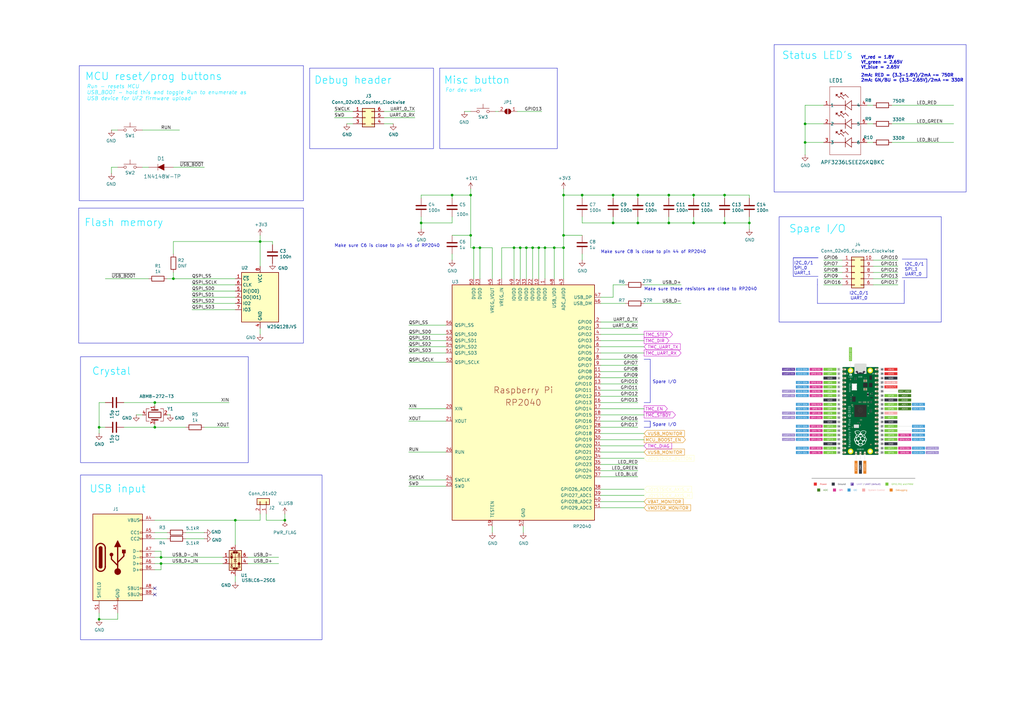
<source format=kicad_sch>
(kicad_sch (version 20231120) (generator "eeschema") (generator_version "8.0")
  (paper "A3")
  (title_block (title "Microcontroller") (date "2024-04-28") (rev "v1.0") (company "Samio"))
  (lib_symbols
    (symbol "Connector:USB_C_Receptacle_USB2.0_16P" (pin_names (offset 1.016))
      (property "Reference" "J" (at 0 22.225 0))
      (property "Value" "USB_C_Receptacle_USB2.0_16P" (at 0 19.685 0))
      (symbol "USB_C_Receptacle_USB2.0_16P_1_1"
        (pin passive line (at 0 -22.86 90) (length 5.08) (name "GND") (number "A1"))
        (pin passive line (at 0 -22.86 90) (length 5.08) hide (name "GND") (number "A12"))
        (pin passive line (at 15.24 15.24 180) (length 5.08) (name "VBUS") (number "A4"))
        (pin bidirectional line (at 15.24 10.16 180) (length 5.08) (name "CC1") (number "A5"))
        (pin bidirectional line (at 15.24 -2.54 180) (length 5.08) (name "D+") (number "A6"))
        (pin bidirectional line (at 15.24 2.54 180) (length 5.08) (name "D-") (number "A7"))
        (pin bidirectional line (at 15.24 -12.7 180) (length 5.08) (name "SBU1") (number "A8"))
        (pin passive line (at 15.24 15.24 180) (length 5.08) hide (name "VBUS") (number "A9"))
        (pin passive line (at 0 -22.86 90) (length 5.08) hide (name "GND") (number "B1"))
        (pin passive line (at 0 -22.86 90) (length 5.08) hide (name "GND") (number "B12"))
        (pin passive line (at 15.24 15.24 180) (length 5.08) hide (name "VBUS") (number "B4"))
        (pin bidirectional line (at 15.24 7.62 180) (length 5.08) (name "CC2") (number "B5"))
        (pin bidirectional line (at 15.24 -5.08 180) (length 5.08) (name "D+") (number "B6"))
        (pin bidirectional line (at 15.24 0 180) (length 5.08) (name "D-") (number "B7"))
        (pin bidirectional line (at 15.24 -15.24 180) (length 5.08) (name "SBU2") (number "B8"))
        (pin passive line (at 15.24 15.24 180) (length 5.08) hide (name "VBUS") (number "B9"))
        (pin passive line (at -7.62 -22.86 90) (length 5.08) (name "SHIELD") (number "S1"))
      )
    )
    (symbol "Connector_Generic:Conn_01x02" (pin_names (offset 1.016) hide)
      (property "Reference" "J" (at 0 2.54 0))
      (property "Value" "Conn_01x02" (at 0 -5.08 0))
      (symbol "Conn_01x02_1_1"
        (pin passive line (at -5.08 0 0) (length 3.81) (name "Pin_1") (number "1"))
        (pin passive line (at -5.08 -2.54 0) (length 3.81) (name "Pin_2") (number "2"))
      )
    )
    (symbol "Connector_Generic:Conn_02x03_Counter_Clockwise" (pin_names (offset 1.016) hide)
      (property "Reference" "J" (at 1.27 5.08 0))
      (property "Value" "Conn_02x03_Counter_Clockwise" (at 1.27 -5.08 0))
      (symbol "Conn_02x03_Counter_Clockwise_1_1"
        (pin passive line (at -5.08 2.54 0) (length 3.81) (name "Pin_1") (number "1"))
        (pin passive line (at -5.08 0 0) (length 3.81) (name "Pin_2") (number "2"))
        (pin passive line (at -5.08 -2.54 0) (length 3.81) (name "Pin_3") (number "3"))
        (pin passive line (at 7.62 -2.54 180) (length 3.81) (name "Pin_4") (number "4"))
        (pin passive line (at 7.62 0 180) (length 3.81) (name "Pin_5") (number "5"))
        (pin passive line (at 7.62 2.54 180) (length 3.81) (name "Pin_6") (number "6"))
      )
    )
    (symbol "Connector_Generic:Conn_02x05_Counter_Clockwise" (pin_names (offset 1.016) hide)
      (property "Reference" "J" (at 1.27 7.62 0))
      (property "Value" "Conn_02x05_Counter_Clockwise" (at 1.27 -7.62 0))
      (symbol "Conn_02x05_Counter_Clockwise_1_1"
        (pin passive line (at -5.08 5.08 0) (length 3.81) (name "Pin_1") (number "1"))
        (pin passive line (at 7.62 5.08 180) (length 3.81) (name "Pin_10") (number "10"))
        (pin passive line (at -5.08 2.54 0) (length 3.81) (name "Pin_2") (number "2"))
        (pin passive line (at -5.08 0 0) (length 3.81) (name "Pin_3") (number "3"))
        (pin passive line (at -5.08 -2.54 0) (length 3.81) (name "Pin_4") (number "4"))
        (pin passive line (at -5.08 -5.08 0) (length 3.81) (name "Pin_5") (number "5"))
        (pin passive line (at 7.62 -5.08 180) (length 3.81) (name "Pin_6") (number "6"))
        (pin passive line (at 7.62 -2.54 180) (length 3.81) (name "Pin_7") (number "7"))
        (pin passive line (at 7.62 0 180) (length 3.81) (name "Pin_8") (number "8"))
        (pin passive line (at 7.62 2.54 180) (length 3.81) (name "Pin_9") (number "9"))
      )
    )
    (symbol "Device:C" (pin_numbers hide) (pin_names (offset 0.254))
      (property "Reference" "C" (at 0.635 2.54 0))
      (property "Value" "C" (at 0.635 -2.54 0))
      (symbol "C_1_1"
        (pin passive line (at 0 3.81 270) (length 2.794) (name "~") (number "1"))
        (pin passive line (at 0 -3.81 90) (length 2.794) (name "~") (number "2"))
      )
    )
    (symbol "Device:Crystal_GND24" (pin_names (offset 1.016) hide)
      (property "Reference" "Y" (at 3.175 5.08 0))
      (property "Value" "Crystal_GND24" (at 3.175 3.175 0))
      (symbol "Crystal_GND24_1_1"
        (pin passive line (at -3.81 0 0) (length 1.27) (name "1") (number "1"))
        (pin passive line (at 0 5.08 270) (length 1.27) (name "2") (number "2"))
        (pin passive line (at 3.81 0 180) (length 1.27) (name "3") (number "3"))
        (pin passive line (at 0 -5.08 90) (length 1.27) (name "4") (number "4"))
      )
    )
    (symbol "Device:R" (pin_numbers hide) (pin_names (offset 0))
      (property "Reference" "R" (at 2.032 0 90))
      (property "Value" "R" (at 0 0 90))
      (symbol "R_1_1"
        (pin passive line (at 0 3.81 270) (length 1.27) (name "~") (number "1"))
        (pin passive line (at 0 -3.81 90) (length 1.27) (name "~") (number "2"))
      )
    )
    (symbol "Jumper:SolderJumper_2_Open" (pin_names (offset 0) hide)
      (property "Reference" "JP" (at 0 2.032 0))
      (property "Value" "SolderJumper_2_Open" (at 0 -2.54 0))
      (symbol "SolderJumper_2_Open_1_1"
        (pin passive line (at -3.81 0 0) (length 2.54) (name "A") (number "1"))
        (pin passive line (at 3.81 0 180) (length 2.54) (name "B") (number "2"))
      )
    )
    (symbol "MCU_RaspberryPi_RP2040:RP2040" (pin_names (offset 1.016))
      (property "Reference" "U" (at -29.21 49.53 0))
      (property "Value" "RP2040" (at 24.13 -49.53 0))
      (symbol "RP2040_0_0"
        (text "Raspberry Pi" (at 0 5.08 0) (effects (font (size 2.54 2.54))))
        (text "RP2040" (at 0 0 0) (effects (font (size 2.54 2.54))))
      )
      (symbol "RP2040_1_1"
        (pin power_in line (at 8.89 50.8 270) (length 2.54) (name "IOVDD") (number "1"))
        (pin power_in line (at 6.35 50.8 270) (length 2.54) (name "IOVDD") (number "10"))
        (pin bidirectional line (at 31.75 12.7 180) (length 2.54) (name "GPIO8") (number "11"))
        (pin bidirectional line (at 31.75 10.16 180) (length 2.54) (name "GPIO9") (number "12"))
        (pin bidirectional line (at 31.75 7.62 180) (length 2.54) (name "GPIO10") (number "13"))
        (pin bidirectional line (at 31.75 5.08 180) (length 2.54) (name "GPIO11") (number "14"))
        (pin bidirectional line (at 31.75 2.54 180) (length 2.54) (name "GPIO12") (number "15"))
        (pin bidirectional line (at 31.75 0 180) (length 2.54) (name "GPIO13") (number "16"))
        (pin bidirectional line (at 31.75 -2.54 180) (length 2.54) (name "GPIO14") (number "17"))
        (pin bidirectional line (at 31.75 -5.08 180) (length 2.54) (name "GPIO15") (number "18"))
        (pin passive line (at -12.7 -50.8 90) (length 2.54) (name "TESTEN") (number "19"))
        (pin bidirectional line (at 31.75 33.02 180) (length 2.54) (name "GPIO0") (number "2"))
        (pin input line (at -31.75 -2.54 0) (length 2.54) (name "XIN") (number "20"))
        (pin passive line (at -31.75 -7.62 0) (length 2.54) (name "XOUT") (number "21"))
        (pin power_in line (at 3.81 50.8 270) (length 2.54) (name "IOVDD") (number "22"))
        (pin power_in line (at -17.78 50.8 270) (length 2.54) (name "DVDD") (number "23"))
        (pin output line (at -31.75 -31.75 0) (length 2.54) (name "SWCLK") (number "24"))
        (pin bidirectional line (at -31.75 -34.29 0) (length 2.54) (name "SWD") (number "25"))
        (pin input line (at -31.75 -20.32 0) (length 2.54) (name "RUN") (number "26"))
        (pin bidirectional line (at 31.75 -7.62 180) (length 2.54) (name "GPIO16") (number "27"))
        (pin bidirectional line (at 31.75 -10.16 180) (length 2.54) (name "GPIO17") (number "28"))
        (pin bidirectional line (at 31.75 -12.7 180) (length 2.54) (name "GPIO18") (number "29"))
        (pin bidirectional line (at 31.75 30.48 180) (length 2.54) (name "GPIO1") (number "3"))
        (pin bidirectional line (at 31.75 -15.24 180) (length 2.54) (name "GPIO19") (number "30"))
        (pin bidirectional line (at 31.75 -17.78 180) (length 2.54) (name "GPIO20") (number "31"))
        (pin bidirectional line (at 31.75 -20.32 180) (length 2.54) (name "GPIO21") (number "32"))
        (pin power_in line (at 1.27 50.8 270) (length 2.54) (name "IOVDD") (number "33"))
        (pin bidirectional line (at 31.75 -22.86 180) (length 2.54) (name "GPIO22") (number "34"))
        (pin bidirectional line (at 31.75 -25.4 180) (length 2.54) (name "GPIO23") (number "35"))
        (pin bidirectional line (at 31.75 -27.94 180) (length 2.54) (name "GPIO24") (number "36"))
        (pin bidirectional line (at 31.75 -30.48 180) (length 2.54) (name "GPIO25") (number "37"))
        (pin bidirectional line (at 31.75 -35.56 180) (length 2.54) (name "GPIO26_ADC0") (number "38"))
        (pin bidirectional line (at 31.75 -38.1 180) (length 2.54) (name "GPIO27_ADC1") (number "39"))
        (pin bidirectional line (at 31.75 27.94 180) (length 2.54) (name "GPIO2") (number "4"))
        (pin bidirectional line (at 31.75 -40.64 180) (length 2.54) (name "GPIO28_ADC2") (number "40"))
        (pin bidirectional line (at 31.75 -43.18 180) (length 2.54) (name "GPIO29_ADC3") (number "41"))
        (pin power_in line (at -1.27 50.8 270) (length 2.54) (name "IOVDD") (number "42"))
        (pin power_in line (at 16.51 50.8 270) (length 2.54) (name "ADC_AVDD") (number "43"))
        (pin power_in line (at -8.89 50.8 270) (length 2.54) (name "VREG_IN") (number "44"))
        (pin power_out line (at -12.7 50.8 270) (length 2.54) (name "VREG_VOUT") (number "45"))
        (pin bidirectional line (at 31.75 40.64 180) (length 2.54) (name "USB_DM") (number "46"))
        (pin bidirectional line (at 31.75 43.18 180) (length 2.54) (name "USB_DP") (number "47"))
        (pin power_in line (at 12.7 50.8 270) (length 2.54) (name "USB_VDD") (number "48"))
        (pin power_in line (at -3.81 50.8 270) (length 2.54) (name "IOVDD") (number "49"))
        (pin bidirectional line (at 31.75 25.4 180) (length 2.54) (name "GPIO3") (number "5"))
        (pin power_in line (at -20.32 50.8 270) (length 2.54) (name "DVDD") (number "50"))
        (pin bidirectional line (at -31.75 20.32 0) (length 2.54) (name "QSPI_SD3") (number "51"))
        (pin output line (at -31.75 16.51 0) (length 2.54) (name "QSPI_SCLK") (number "52"))
        (pin bidirectional line (at -31.75 27.94 0) (length 2.54) (name "QSPI_SD0") (number "53"))
        (pin bidirectional line (at -31.75 22.86 0) (length 2.54) (name "QSPI_SD2") (number "54"))
        (pin bidirectional line (at -31.75 25.4 0) (length 2.54) (name "QSPI_SD1") (number "55"))
        (pin bidirectional line (at -31.75 31.75 0) (length 2.54) (name "QSPI_SS") (number "56"))
        (pin power_in line (at 0 -50.8 90) (length 2.54) (name "GND") (number "57"))
        (pin bidirectional line (at 31.75 22.86 180) (length 2.54) (name "GPIO4") (number "6"))
        (pin bidirectional line (at 31.75 20.32 180) (length 2.54) (name "GPIO5") (number "7"))
        (pin bidirectional line (at 31.75 17.78 180) (length 2.54) (name "GPIO6") (number "8"))
        (pin bidirectional line (at 31.75 15.24 180) (length 2.54) (name "GPIO7") (number "9"))
      )
    )
    (symbol "Memory_Flash:W25Q128JVS"
      (property "Reference" "U" (at -8.89 8.89 0))
      (property "Value" "W25Q128JVS" (at 7.62 8.89 0))
      (symbol "W25Q128JVS_1_1"
        (pin input line (at -10.16 7.62 0) (length 2.54) (name "~{CS}") (number "1"))
        (pin bidirectional line (at -10.16 0 0) (length 2.54) (name "DO(IO1)") (number "2"))
        (pin bidirectional line (at -10.16 -2.54 0) (length 2.54) (name "IO2") (number "3"))
        (pin power_in line (at 0 -12.7 90) (length 2.54) (name "GND") (number "4"))
        (pin bidirectional line (at -10.16 2.54 0) (length 2.54) (name "DI(IO0)") (number "5"))
        (pin input line (at -10.16 5.08 0) (length 2.54) (name "CLK") (number "6"))
        (pin bidirectional line (at -10.16 -5.08 0) (length 2.54) (name "IO3") (number "7"))
        (pin power_in line (at 0 12.7 270) (length 2.54) (name "VCC") (number "8"))
      )
    )
    (symbol "Power_Protection:USBLC6-2SC6" (pin_names hide)
      (property "Reference" "U" (at 0.635 5.715 0))
      (property "Value" "USBLC6-2SC6" (at 0.635 3.81 0))
      (symbol "USBLC6-2SC6_1_1"
        (pin passive line (at -5.08 0 0) (length 2.54) (name "I/O1") (number "1"))
        (pin passive line (at 0 -7.62 90) (length 2.54) (name "GND") (number "2"))
        (pin passive line (at -5.08 -2.54 0) (length 2.54) (name "I/O2") (number "3"))
        (pin passive line (at 5.08 -2.54 180) (length 2.54) (name "I/O2") (number "4"))
        (pin passive line (at 0 5.08 270) (length 2.54) (name "VBUS") (number "5"))
        (pin passive line (at 5.08 0 180) (length 2.54) (name "I/O1") (number "6"))
      )
    )
    (symbol "Snapeda_kicad_2:APF3236LSEEZGKQBKC" (pin_names (offset 0.254))
      (property "Reference" "LED" (at 8.89 13.335 0))
      (property "Value" "APF3236LSEEZGKQBKC" (at 8.89 10.16 0))
      (symbol "APF3236LSEEZGKQBKC_0_1"
        (pin unspecified line (at 0 0 0) (length 2.54) (name "1") (number "1"))
        (pin unspecified line (at 0 -7.62 0) (length 2.54) (name "2") (number "2"))
        (pin unspecified line (at 0 -15.24 0) (length 2.54) (name "3") (number "3"))
        (pin unspecified line (at 17.78 0 180) (length 2.54) (name "4") (number "4"))
        (pin unspecified line (at 17.78 -7.62 180) (length 2.54) (name "5") (number "5"))
        (pin unspecified line (at 17.78 -15.24 180) (length 2.54) (name "6") (number "6"))
      )
    )
    (symbol "Switch:SW_Push" (pin_numbers hide) (pin_names (offset 1.016) hide)
      (property "Reference" "SW" (at 1.27 2.54 0))
      (property "Value" "SW_Push" (at 0 -1.524 0))
      (symbol "SW_Push_0_1"
        (pin passive line (at -5.08 0 0) (length 2.54) (name "1") (number "1"))
        (pin passive line (at 5.08 0 180) (length 2.54) (name "2") (number "2"))
      )
    )
    (symbol "dk_Diodes-Rectifiers-Single:1N4148W-TP" (pin_numbers hide) (pin_names (offset 0) hide)
      (property "Reference" "D" (at 0 2.54 0))
      (property "Value" "1N4148W-TP" (at 1.27 -2.54 0))
      (symbol "1N4148W-TP_1_1"
        (pin passive line (at -5.08 0 0) (length 3.81) (name "~") (number "A"))
        (pin passive line (at 5.08 0 180) (length 3.81) (name "~") (number "K"))
      )
    )
    (symbol "power:+1V1" (power) (pin_numbers hide) (pin_names (offset 0) hide)
      (property "Value" "+1V1" (at 0 3.556 0))
      (symbol "+1V1_1_1"
        (pin power_in line (at 0 0 90) (length 0) (name "~") (number "1"))
      )
    )
    (symbol "power:+3V3" (power) (pin_numbers hide) (pin_names (offset 0) hide)
      (property "Value" "+3V3" (at 0 3.556 0))
      (symbol "+3V3_1_1"
        (pin power_in line (at 0 0 90) (length 0) (name "~") (number "1"))
      )
    )
    (symbol "power:GND" (power) (pin_numbers hide) (pin_names (offset 0) hide)
      (property "Value" "GND" (at 0 -3.81 0))
      (symbol "GND_1_1"
        (pin power_in line (at 0 0 270) (length 0) (name "~") (number "1"))
      )
    )
    (symbol "power:PWR_FLAG" (power) (pin_numbers hide) (pin_names (offset 0) hide)
      (property "Value" "PWR_FLAG" (at 0 3.81 0))
      (symbol "PWR_FLAG_0_0"
        (pin power_out line (at 0 0 90) (length 0) (name "~") (number "1"))
      )
    )
    (symbol "power:VBUS" (power) (pin_numbers hide) (pin_names (offset 0) hide)
      (property "Value" "VBUS" (at 0 3.556 0))
      (symbol "VBUS_1_1"
        (pin power_in line (at 0 0 90) (length 0) (name "~") (number "1"))
      )
    )
  )
  (junction (at 251.46 91.44))
  (junction (at 297.18 80.01))
  (junction (at 196.85 101.6))
  (junction (at 193.04 80.01))
  (junction (at 274.32 91.44))
  (junction (at 284.48 80.01))
  (junction (at 71.12 114.3))
  (junction (at 238.76 80.01))
  (junction (at 231.14 96.52))
  (junction (at 307.34 91.44))
  (junction (at 63.5 175.26))
  (junction (at 231.14 101.6))
  (junction (at 194.31 101.6))
  (junction (at 172.72 91.44))
  (junction (at 220.98 101.6))
  (junction (at 116.84 213.36))
  (junction (at 284.48 91.44))
  (junction (at 251.46 80.01))
  (junction (at 106.68 99.06))
  (junction (at 96.52 213.36))
  (junction (at 66.04 228.6))
  (junction (at 223.52 101.6))
  (junction (at 215.9 101.6))
  (junction (at 40.64 254))
  (junction (at 218.44 101.6))
  (junction (at 193.04 96.52))
  (junction (at 185.42 80.01))
  (junction (at 231.14 80.01))
  (junction (at 261.62 91.44))
  (junction (at 261.62 80.01))
  (junction (at 213.36 101.6))
  (junction (at 63.5 165.1))
  (junction (at 297.18 91.44))
  (junction (at 66.04 231.14))
  (junction (at 227.33 101.6))
  (junction (at 330.2 50.8))
  (junction (at 210.82 101.6))
  (junction (at 274.32 80.01))
  (junction (at 40.64 175.26))
  (junction (at 330.2 58.42))
  (no_connect (at 63.5 241.3))
  (no_connect (at 63.5 243.84))
  (wire (pts (xy 109.22 210.82) (xy 109.22 213.36)))
  (wire (pts (xy 40.64 251.46) (xy 40.64 254)))
  (wire (pts (xy 251.46 80.01) (xy 251.46 81.28)))
  (wire (pts (xy 246.38 172.72) (xy 261.62 172.72)))
  (wire (pts (xy 40.64 254) (xy 48.26 254)))
  (wire (pts (xy 246.38 203.2) (xy 264.16 203.2)))
  (wire (pts (xy 246.38 144.78) (xy 264.16 144.78)))
  (polyline (pts (xy 335.28 114.3) (xy 335.28 116.84)))
  (wire (pts (xy 251.46 88.9) (xy 251.46 91.44)))
  (wire (pts (xy 251.46 91.44) (xy 238.76 91.44)))
  (wire (pts (xy 246.38 152.4) (xy 261.62 152.4)))
  (wire (pts (xy 201.93 215.9) (xy 201.93 218.44)))
  (wire (pts (xy 210.82 101.6) (xy 213.36 101.6)))
  (wire (pts (xy 66.04 226.06) (xy 66.04 228.6)))
  (wire (pts (xy 358.14 111.76) (xy 368.3 111.76)))
  (wire (pts (xy 185.42 91.44) (xy 185.42 88.9)))
  (wire (pts (xy 210.82 114.3) (xy 210.82 101.6)))
  (wire (pts (xy 201.93 101.6) (xy 196.85 101.6)))
  (wire (pts (xy 358.14 114.3) (xy 368.3 114.3)))
  (wire (pts (xy 63.5 213.36) (xy 96.52 213.36)))
  (wire (pts (xy 172.72 80.01) (xy 172.72 81.28)))
  (wire (pts (xy 330.2 58.42) (xy 337.82 58.42)))
  (wire (pts (xy 96.52 127) (xy 78.74 127)))
  (wire (pts (xy 63.5 175.26) (xy 76.2 175.26)))
  (wire (pts (xy 330.2 50.8) (xy 330.2 43.18)))
  (wire (pts (xy 337.82 114.3) (xy 345.44 114.3)))
  (wire (pts (xy 223.52 101.6) (xy 227.33 101.6)))
  (wire (pts (xy 203.2 45.72) (xy 204.47 45.72)))
  (wire (pts (xy 76.2 220.98) (xy 83.82 220.98)))
  (wire (pts (xy 50.8 175.26) (xy 63.5 175.26)))
  (wire (pts (xy 116.84 213.36) (xy 116.84 210.82)))
  (wire (pts (xy 218.44 101.6) (xy 220.98 101.6)))
  (wire (pts (xy 231.14 101.6) (xy 231.14 114.3)))
  (wire (pts (xy 185.42 80.01) (xy 193.04 80.01)))
  (polyline (pts (xy 264.16 165.1) (xy 266.7 165.1)))
  (wire (pts (xy 213.36 114.3) (xy 213.36 101.6)))
  (polyline (pts (xy 325.3787 105.7493) (xy 325.3787 113.3693)))
  (wire (pts (xy 330.2 63.5) (xy 330.2 58.42)))
  (wire (pts (xy 63.5 166.37) (xy 63.5 165.1)))
  (wire (pts (xy 167.64 167.64) (xy 182.88 167.64)))
  (wire (pts (xy 307.34 88.9) (xy 307.34 91.44)))
  (wire (pts (xy 358.14 109.22) (xy 368.3 109.22)))
  (wire (pts (xy 172.72 80.01) (xy 185.42 80.01)))
  (wire (pts (xy 96.52 213.36) (xy 106.68 213.36)))
  (wire (pts (xy 58.42 53.34) (xy 73.66 53.34)))
  (wire (pts (xy 246.38 147.32) (xy 261.62 147.32)))
  (polyline (pts (xy 266.7 172.72) (xy 266.7 175.26)))
  (wire (pts (xy 43.18 114.3) (xy 60.96 114.3)))
  (wire (pts (xy 96.52 213.36) (xy 96.52 223.52)))
  (polyline (pts (xy 264.16 175.26) (xy 266.7 175.26)))
  (wire (pts (xy 231.14 80.01) (xy 238.76 80.01)))
  (polyline (pts (xy 370.84 119.38) (xy 370.84 114.8676)))
  (wire (pts (xy 246.38 142.24) (xy 264.16 142.24)))
  (wire (pts (xy 274.32 88.9) (xy 274.32 91.44)))
  (wire (pts (xy 251.46 80.01) (xy 261.62 80.01)))
  (wire (pts (xy 212.09 45.72) (xy 222.25 45.72)))
  (wire (pts (xy 43.18 175.26) (xy 40.64 175.26)))
  (wire (pts (xy 297.18 88.9) (xy 297.18 91.44)))
  (wire (pts (xy 284.48 88.9) (xy 284.48 91.44)))
  (wire (pts (xy 261.62 91.44) (xy 251.46 91.44)))
  (wire (pts (xy 142.24 50.8) (xy 144.78 50.8)))
  (wire (pts (xy 297.18 80.01) (xy 307.34 80.01)))
  (wire (pts (xy 193.04 80.01) (xy 193.04 96.52)))
  (wire (pts (xy 96.52 236.22) (xy 96.52 238.76)))
  (wire (pts (xy 144.78 45.72) (xy 137.16 45.72)))
  (wire (pts (xy 185.42 80.01) (xy 185.42 81.28)))
  (wire (pts (xy 264.16 116.84) (xy 279.4 116.84)))
  (polyline (pts (xy 266.7 147.32) (xy 266.7 165.1)))
  (wire (pts (xy 68.58 114.3) (xy 71.12 114.3)))
  (wire (pts (xy 220.98 101.6) (xy 223.52 101.6)))
  (wire (pts (xy 63.5 220.98) (xy 68.58 220.98)))
  (wire (pts (xy 246.38 208.28) (xy 264.16 208.28)))
  (wire (pts (xy 330.2 43.18) (xy 337.82 43.18)))
  (wire (pts (xy 337.82 111.76) (xy 345.44 111.76)))
  (wire (pts (xy 157.48 50.8) (xy 161.29 50.8)))
  (wire (pts (xy 246.38 185.42) (xy 264.16 185.42)))
  (wire (pts (xy 71.12 114.3) (xy 96.52 114.3)))
  (wire (pts (xy 69.85 170.18) (xy 68.58 170.18)))
  (wire (pts (xy 284.48 80.01) (xy 284.48 81.28)))
  (wire (pts (xy 66.04 231.14) (xy 91.44 231.14)))
  (wire (pts (xy 215.9 101.6) (xy 218.44 101.6)))
  (wire (pts (xy 246.38 170.18) (xy 264.16 170.18)))
  (wire (pts (xy 182.88 133.35) (xy 167.64 133.35)))
  (polyline (pts (xy 325.3787 105.7493) (xy 335.5387 105.7493)))
  (wire (pts (xy 167.64 139.7) (xy 182.88 139.7)))
  (wire (pts (xy 246.38 177.8) (xy 264.16 177.8)))
  (wire (pts (xy 144.78 48.26) (xy 137.16 48.26)))
  (wire (pts (xy 190.5 45.72) (xy 193.04 45.72)))
  (wire (pts (xy 106.68 210.82) (xy 106.68 213.36)))
  (wire (pts (xy 246.38 165.1) (xy 261.62 165.1)))
  (wire (pts (xy 274.32 80.01) (xy 274.32 81.28)))
  (wire (pts (xy 223.52 101.6) (xy 223.52 114.3)))
  (wire (pts (xy 185.42 104.14) (xy 185.42 106.68)))
  (wire (pts (xy 71.12 111.76) (xy 71.12 114.3)))
  (wire (pts (xy 215.9 114.3) (xy 215.9 101.6)))
  (wire (pts (xy 63.5 173.99) (xy 63.5 175.26)))
  (polyline (pts (xy 380.1788 106.2472) (xy 370.0188 106.2472)))
  (wire (pts (xy 66.04 228.6) (xy 91.44 228.6)))
  (wire (pts (xy 45.72 68.58) (xy 48.26 68.58)))
  (wire (pts (xy 238.76 80.01) (xy 251.46 80.01)))
  (wire (pts (xy 246.38 205.74) (xy 264.16 205.74)))
  (wire (pts (xy 365.76 50.8) (xy 391.16 50.8)))
  (wire (pts (xy 246.38 175.26) (xy 261.62 175.26)))
  (wire (pts (xy 246.38 149.86) (xy 261.62 149.86)))
  (polyline (pts (xy 266.7 172.72) (xy 266.7 175.26)))
  (wire (pts (xy 193.04 96.52) (xy 193.04 101.6)))
  (wire (pts (xy 246.38 180.34) (xy 264.16 180.34)))
  (wire (pts (xy 71.12 104.14) (xy 71.12 99.06)))
  (wire (pts (xy 358.14 106.68) (xy 368.3 106.68)))
  (wire (pts (xy 337.82 109.22) (xy 345.44 109.22)))
  (wire (pts (xy 48.26 251.46) (xy 48.26 254)))
  (wire (pts (xy 111.76 99.06) (xy 106.68 99.06)))
  (wire (pts (xy 358.14 116.84) (xy 368.3 116.84)))
  (wire (pts (xy 109.22 213.36) (xy 116.84 213.36)))
  (wire (pts (xy 274.32 91.44) (xy 261.62 91.44)))
  (wire (pts (xy 71.12 99.06) (xy 106.68 99.06)))
  (polyline (pts (xy 370.84 124.46) (xy 370.84 119.38)))
  (wire (pts (xy 167.64 142.24) (xy 182.88 142.24)))
  (wire (pts (xy 246.38 182.88) (xy 264.16 182.88)))
  (wire (pts (xy 101.6 228.6) (xy 114.3 228.6)))
  (wire (pts (xy 172.72 91.44) (xy 185.42 91.44)))
  (wire (pts (xy 157.48 48.26) (xy 170.18 48.26)))
  (polyline (pts (xy 264.16 172.72) (xy 266.7 172.72)))
  (wire (pts (xy 337.82 106.68) (xy 345.44 106.68)))
  (wire (pts (xy 194.31 101.6) (xy 193.04 101.6)))
  (wire (pts (xy 182.88 148.59) (xy 167.64 148.59)))
  (wire (pts (xy 96.52 119.38) (xy 78.74 119.38)))
  (wire (pts (xy 63.5 231.14) (xy 66.04 231.14)))
  (wire (pts (xy 63.5 233.68) (xy 66.04 233.68)))
  (wire (pts (xy 251.46 116.84) (xy 256.54 116.84)))
  (polyline (pts (xy 380.1788 113.8672) (xy 380.1788 106.2472)))
  (polyline (pts (xy 325.3787 105.7493) (xy 335.5387 105.7493)))
  (wire (pts (xy 66.04 231.14) (xy 66.04 233.68)))
  (wire (pts (xy 238.76 80.01) (xy 238.76 81.28)))
  (wire (pts (xy 96.52 121.92) (xy 78.74 121.92)))
  (wire (pts (xy 43.18 165.1) (xy 40.64 165.1)))
  (wire (pts (xy 167.64 144.78) (xy 182.88 144.78)))
  (wire (pts (xy 307.34 91.44) (xy 307.34 93.98)))
  (wire (pts (xy 182.88 199.39) (xy 167.64 199.39)))
  (wire (pts (xy 261.62 80.01) (xy 261.62 81.28)))
  (wire (pts (xy 58.42 68.58) (xy 60.96 68.58)))
  (wire (pts (xy 365.76 58.42) (xy 391.16 58.42)))
  (wire (pts (xy 71.12 68.58) (xy 83.82 68.58)))
  (wire (pts (xy 227.33 101.6) (xy 231.14 101.6)))
  (wire (pts (xy 274.32 80.01) (xy 284.48 80.01)))
  (wire (pts (xy 297.18 91.44) (xy 307.34 91.44)))
  (wire (pts (xy 297.18 80.01) (xy 297.18 81.28)))
  (wire (pts (xy 182.88 172.72) (xy 167.64 172.72)))
  (polyline (pts (xy 380.1788 113.8672) (xy 370.0188 113.8672)))
  (wire (pts (xy 246.38 154.94) (xy 261.62 154.94)))
  (polyline (pts (xy 325.3787 113.3693) (xy 335.5387 113.3693)))
  (wire (pts (xy 40.64 165.1) (xy 40.64 175.26)))
  (wire (pts (xy 246.38 190.5) (xy 261.62 190.5)))
  (wire (pts (xy 365.76 43.18) (xy 391.16 43.18)))
  (wire (pts (xy 246.38 162.56) (xy 261.62 162.56)))
  (wire (pts (xy 205.74 101.6) (xy 210.82 101.6)))
  (polyline (pts (xy 335.28 124.46) (xy 370.84 124.46)))
  (wire (pts (xy 106.68 137.16) (xy 106.68 134.62)))
  (wire (pts (xy 330.2 58.42) (xy 330.2 50.8)))
  (wire (pts (xy 231.14 77.47) (xy 231.14 80.01)))
  (wire (pts (xy 238.76 104.14) (xy 238.76 106.68)))
  (wire (pts (xy 63.5 218.44) (xy 68.58 218.44)))
  (wire (pts (xy 83.82 175.26) (xy 93.98 175.26)))
  (wire (pts (xy 214.63 215.9) (xy 214.63 218.44)))
  (wire (pts (xy 355.6 43.18) (xy 358.14 43.18)))
  (wire (pts (xy 218.44 114.3) (xy 218.44 101.6)))
  (wire (pts (xy 194.31 101.6) (xy 196.85 101.6)))
  (wire (pts (xy 201.93 114.3) (xy 201.93 101.6)))
  (wire (pts (xy 284.48 80.01) (xy 297.18 80.01)))
  (wire (pts (xy 246.38 134.62) (xy 261.62 134.62)))
  (wire (pts (xy 167.64 137.16) (xy 182.88 137.16)))
  (wire (pts (xy 227.33 114.3) (xy 227.33 101.6)))
  (wire (pts (xy 172.72 88.9) (xy 172.72 91.44)))
  (wire (pts (xy 106.68 99.06) (xy 106.68 109.22)))
  (wire (pts (xy 355.6 50.8) (xy 358.14 50.8)))
  (wire (pts (xy 194.31 101.6) (xy 194.31 114.3)))
  (wire (pts (xy 63.5 228.6) (xy 66.04 228.6)))
  (wire (pts (xy 246.38 124.46) (xy 256.54 124.46)))
  (wire (pts (xy 355.6 58.42) (xy 358.14 58.42)))
  (wire (pts (xy 213.36 101.6) (xy 215.9 101.6)))
  (wire (pts (xy 55.88 170.18) (xy 58.42 170.18)))
  (wire (pts (xy 330.2 50.8) (xy 337.82 50.8)))
  (wire (pts (xy 63.5 165.1) (xy 93.98 165.1)))
  (wire (pts (xy 185.42 96.52) (xy 193.04 96.52)))
  (wire (pts (xy 307.34 80.01) (xy 307.34 81.28)))
  (wire (pts (xy 246.38 132.08) (xy 261.62 132.08)))
  (wire (pts (xy 182.88 185.42) (xy 167.64 185.42)))
  (wire (pts (xy 246.38 193.04) (xy 261.62 193.04)))
  (wire (pts (xy 246.38 157.48) (xy 261.62 157.48)))
  (wire (pts (xy 157.48 45.72) (xy 170.18 45.72)))
  (wire (pts (xy 284.48 91.44) (xy 274.32 91.44)))
  (wire (pts (xy 76.2 218.44) (xy 83.82 218.44)))
  (wire (pts (xy 246.38 139.7) (xy 264.16 139.7)))
  (wire (pts (xy 246.38 200.66) (xy 264.16 200.66)))
  (wire (pts (xy 45.72 53.34) (xy 48.26 53.34)))
  (wire (pts (xy 238.76 88.9) (xy 238.76 91.44)))
  (wire (pts (xy 337.82 116.84) (xy 345.44 116.84)))
  (wire (pts (xy 96.52 124.46) (xy 78.74 124.46)))
  (wire (pts (xy 251.46 116.84) (xy 251.46 121.92)))
  (wire (pts (xy 297.18 91.44) (xy 284.48 91.44)))
  (wire (pts (xy 261.62 88.9) (xy 261.62 91.44)))
  (wire (pts (xy 205.74 114.3) (xy 205.74 101.6)))
  (wire (pts (xy 246.38 187.96) (xy 264.16 187.96)))
  (wire (pts (xy 246.38 167.64) (xy 264.16 167.64)))
  (wire (pts (xy 246.38 160.02) (xy 261.62 160.02)))
  (wire (pts (xy 172.72 91.44) (xy 172.72 93.98)))
  (wire (pts (xy 196.85 114.3) (xy 196.85 101.6)))
  (polyline (pts (xy 335.28 124.46) (xy 335.28 116.84)))
  (wire (pts (xy 231.14 96.52) (xy 238.76 96.52)))
  (wire (pts (xy 246.38 195.58) (xy 261.62 195.58)))
  (wire (pts (xy 78.74 116.84) (xy 96.52 116.84)))
  (wire (pts (xy 106.68 96.52) (xy 106.68 99.06)))
  (wire (pts (xy 261.62 80.01) (xy 274.32 80.01)))
  (wire (pts (xy 220.98 114.3) (xy 220.98 101.6)))
  (wire (pts (xy 246.38 137.16) (xy 264.16 137.16)))
  (wire (pts (xy 246.38 121.92) (xy 251.46 121.92)))
  (wire (pts (xy 101.6 231.14) (xy 114.3 231.14)))
  (wire (pts (xy 182.88 196.85) (xy 167.64 196.85)))
  (wire (pts (xy 45.72 68.58) (xy 45.72 71.12)))
  (wire (pts (xy 193.04 77.47) (xy 193.04 80.01)))
  (wire (pts (xy 231.14 96.52) (xy 231.14 101.6)))
  (polyline (pts (xy 264.16 147.32) (xy 266.7 147.32)))
  (wire (pts (xy 63.5 226.06) (xy 66.04 226.06)))
  (wire (pts (xy 111.76 100.33) (xy 111.76 99.06)))
  (wire (pts (xy 231.14 80.01) (xy 231.14 96.52)))
  (wire (pts (xy 40.64 175.26) (xy 40.64 177.8)))
  (wire (pts (xy 50.8 165.1) (xy 63.5 165.1)))
  (wire (pts (xy 264.16 124.46) (xy 279.4 124.46)))
  (rectangle (start 127 27.94) (end 177.8 60.96))
  (rectangle (start 317.5 18.288) (end 396.24 78.74))
  (rectangle (start 33.02 146.304) (end 101.854 189.738))
  (rectangle (start 32.258 85.344) (end 124.46 140.716))
  (rectangle (start 33.02 194.818) (end 132.08 262.382))
  (rectangle (start 32.512 26.924) (end 124.46 82.296))
  (rectangle (start 319.532 88.9) (end 386.08 132.08))
  (rectangle (start 180.34 27.94) (end 228.6 60.96))
  (image (at 353.06 172.72) (scale 0.736317))
  (text "Misc button" (at 195.58 33.02 0) (effects (font (size 3.048 3.048) (thickness 0.254) (bold yes))))
  (text "Spare I/O" (at 335.28 93.98 0) (effects (font (size 3.048 3.048) (thickness 0.254) (bold yes))))
  (text "Make sure C8 is close to pin 44 of RP2040" (at 246.38 104.14 0) (effects (font (size 1.27 1.27)) (justify left bottom)))
  (text "Spare I/O" (at 272.542 156.718 0) (effects (font (size 1.27 1.27))))
  (text "I2C_0/1\nUART_0" (at 352.298 121.412 0) (effects (font (size 1.27 1.27))))
  (text "Make sure C6 is close to pin 45 of RP2040" (at 137.16 101.6 0) (effects (font (size 1.27 1.27)) (justify left bottom)))
  (text "Debug header" (at 144.78 33.02 0) (effects (font (size 3.048 3.048) (thickness 0.254) (bold yes))))
  (text "I2C_0/1\nSPI_0\nUART_1" (at 325.6327 110.0673 0) (effects (font (size 1.27 1.27)) (justify left)))
  (text "MCU reset/prog buttons" (at 62.992 31.496 0) (effects (font (size 3.048 3.048) (thickness 0.254) (bold yes))))
  (text "Flash memory" (at 50.8 91.44 0) (effects (font (size 3.048 3.048) (thickness 0.254) (bold yes))))
  (text "Crystal" (at 45.72 152.4 0) (effects (font (size 3.048 3.048) (thickness 0.254) (bold yes))))
  (text "For dev work" (at 182.626 37.084 0) (effects (font (size 1.524 1.524) (italic yes)) (justify left)))
  (text "I2C_0/1\nSPI_1\nUART_0" (at 371.0348 110.5652 0) (effects (font (size 1.27 1.27)) (justify left)))
  (text "2mA: RED = (3.3-1.8V)/2mA ~= 750R\n2mA: GN/BU = (3.3-2.65V)/2mA ~= 330R " (at 353.06 32.004 0) (effects (font (size 1.27 1.27) (bold yes)) (justify left)))
  (text "USB input" (at 48.26 200.66 0) (effects (font (size 3.048 3.048) (thickness 0.254) (bold yes))))
  (text "Run - resets MCU\nUSB_BOOT - hold this and toggle Run to enumerate as \nUSB device for UF2 firmware upload" (at 35.56 38.1 0) (effects (font (size 1.524 1.524) (italic yes)) (justify left)))
  (text "Spare I/O" (at 272.542 174.244 0) (effects (font (size 1.27 1.27))))
  (text "Status LED's" (at 335.28 22.86 0) (effects (font (size 3.048 3.048) (thickness 0.254) (bold yes))))
  (text "Make sure these resistors are close to RP2040" (at 264.16 119.38 0) (effects (font (size 1.27 1.27)) (justify left bottom)))
  (text "Vf_red = 1.8V\nVf_green = 2.65V\nVf_blue = 2.65V" (at 353.06 25.654 0) (effects (font (size 1.27 1.27) (bold yes)) (justify left)))
  (label "LED_RED" (at 375.92 43.18 0))
  (label "LED_GREEN" (at 375.92 50.8 0))
  (label "GPIO7" (at 337.82 109.22 0))
  (label "QSPI_SD3" (at 167.64 144.78 0))
  (label "QSPI_SD1" (at 167.64 139.7 0))
  (label "QSPI_SD3" (at 78.74 127 0))
  (label "GPIO8" (at 337.82 111.76 0))
  (label "QSPI_SD2" (at 167.64 142.24 0))
  (label "LED_BLUE" (at 375.92 58.42 0))
  (label "LED_BLUE" (at 261.62 195.58 180))
  (label "XIN" (at 167.64 167.64 0))
  (label "UART_0_TX" (at 261.62 132.08 180))
  (label "GPIO16" (at 261.62 172.72 180))
  (label "QSPI_SD2" (at 78.74 124.46 0))
  (label "GPIO7" (at 261.62 149.86 180))
  (label "XOUT" (at 93.98 175.26 180))
  (label "RUN" (at 167.64 185.42 0))
  (label "UART_0_RX" (at 170.18 48.26 180))
  (label "GPIO12" (at 368.3 111.76 180))
  (label "QSPI_SD1" (at 78.74 121.92 0))
  (label "GPIO17" (at 261.62 175.26 180))
  (label "GPIO12" (at 261.62 162.56 180))
  (label "GPIO11" (at 261.62 160.02 180))
  (label "GPIO10" (at 261.62 157.48 180))
  (label "GPIO13" (at 261.62 165.1 180))
  (label "UART_0_TX" (at 170.18 45.72 180))
  (label "~{USB_BOOT}" (at 73.66 68.58 0))
  (label "UART_0_RX" (at 261.62 134.62 180))
  (label "XIN" (at 93.98 165.1 180))
  (label "QSPI_SCLK" (at 78.74 116.84 0))
  (label "RUN" (at 66.04 53.34 0))
  (label "USB_D-" (at 279.4 124.46 180))
  (label "SWD" (at 167.64 199.39 0))
  (label "GPIO8" (at 261.62 152.4 180))
  (label "USB_D+_IN" (at 81.28 231.14 180))
  (label "~{USB_BOOT}" (at 45.72 114.3 0))
  (label "LED_RED" (at 261.62 190.5 180))
  (label "USB_D-" (at 111.76 228.6 180))
  (label "SWD" (at 137.16 48.26 0))
  (label "GPIO6" (at 261.62 147.32 180))
  (label "XOUT" (at 167.64 172.72 0))
  (label "GPIO13" (at 368.3 114.3 180))
  (label "USB_D+" (at 279.4 116.84 180))
  (label "USB_D+" (at 111.76 231.14 180))
  (label "QSPI_SS" (at 167.64 133.35 0))
  (label "GPIO10" (at 368.3 106.68 180))
  (label "GPIO9" (at 337.82 114.3 0))
  (label "GPIO17" (at 368.3 116.84 180))
  (label "SWCLK" (at 137.16 45.72 0))
  (label "GPIO11" (at 368.3 109.22 180))
  (label "GPIO6" (at 337.82 106.68 0))
  (label "USB_D-_IN" (at 81.28 228.6 180))
  (label "GPIO16" (at 337.82 116.84 0))
  (label "QSPI_SD0" (at 167.64 137.16 0))
  (label "GPIO13" (at 222.25 45.72 180))
  (label "GPIO9" (at 261.62 154.94 180))
  (label "LED_GREEN" (at 261.62 193.04 180))
  (label "QSPI_SS" (at 78.74 114.3 0))
  (label "SWCLK" (at 167.64 196.85 0))
  (label "QSPI_SCLK" (at 167.64 148.59 0))
  (label "QSPI_SD0" (at 78.74 119.38 0))
  (global_label "MCU_BOOST_EN" (shape output) (at 264.16 180.34 0) (property "Intersheetrefs" "${INTERSHEET_REFS}" (effects (hide yes))))
  (global_label "VMOTOR_MONITOR" (shape input) (at 264.16 208.28 0) (property "Intersheetrefs" "${INTERSHEET_REFS}" (effects (hide yes))))
  (global_label "JOYSTSICK_BUTTON" (shape input) (at 264.16 187.96 0) (property "Intersheetrefs" "${INTERSHEET_REFS}" (effects (hide yes))))
  (global_label "JOYSTSICK_AXIS_H" (shape input) (at 264.16 203.2 0) (property "Intersheetrefs" "${INTERSHEET_REFS}" (effects (hide yes))))
  (global_label "VUSB_MONITOR" (shape input) (at 264.16 177.8 0) (property "Intersheetrefs" "${INTERSHEET_REFS}" (effects (hide yes))))
  (global_label "TMC_DIR" (shape output) (at 264.16 139.7 0) (property "Intersheetrefs" "${INTERSHEET_REFS}" (effects (hide yes))))
  (global_label "TMC_UART_RX" (shape output) (at 264.16 144.78 0) (property "Intersheetrefs" "${INTERSHEET_REFS}" (effects (hide yes))))
  (global_label "TMC_DIAG" (shape input) (at 264.16 182.88 0) (property "Intersheetrefs" "${INTERSHEET_REFS}" (effects (hide yes))))
  (global_label "TMC_UART_TX" (shape input) (at 264.16 142.24 0) (property "Intersheetrefs" "${INTERSHEET_REFS}" (effects (hide yes))))
  (global_label "TMC_EN" (shape output) (at 264.16 167.64 0) (property "Intersheetrefs" "${INTERSHEET_REFS}" (effects (hide yes))))
  (global_label "TMC_STEP" (shape output) (at 264.16 137.16 0) (property "Intersheetrefs" "${INTERSHEET_REFS}" (effects (hide yes))))
  (global_label "JOYSTSICK_AXIS_V" (shape input) (at 264.16 200.66 0) (property "Intersheetrefs" "${INTERSHEET_REFS}" (effects (hide yes))))
  (global_label "VUSB_MONITOR" (shape input) (at 264.16 185.42 0) (property "Intersheetrefs" "${INTERSHEET_REFS}" (effects (hide yes))))
  (global_label "~{TMC_STBDY}" (shape output) (at 264.16 170.18 0) (property "Intersheetrefs" "${INTERSHEET_REFS}" (effects (hide yes))))
  (global_label "VBAT_MONITOR" (shape input) (at 264.16 205.74 0) (property "Intersheetrefs" "${INTERSHEET_REFS}" (effects (hide yes))))
  (symbol (lib_id "Switch:SW_Push") (at 53.34 68.58 0) (unit 1)
    (property "Reference" "SW2" (at 51.308 70.866 0) (effects (justify left)))
    (property "Value" "SW_Push" (effects (hide yes)))
    (property "Footprint" "Button_Switch_SMD:SW_Push_1P1T_NO_Vertical_Wuerth_434133025816" (effects (hide yes)))
    (property "Description" "Push button switch, generic, two pins" (effects (hide yes)))
  )
  (symbol (lib_id "power:GND") (at 238.76 106.68 0) (unit 1)
    (property "Reference" "#PWR023" (effects (hide yes)))
    (property "Value" "GND" (at 238.887 111.0742 0))
    (property "Description" "Power symbol creates a global label with name \"GND\" , ground" (effects (hide yes)))
  )
  (symbol (lib_id "power:GND") (at 185.42 106.68 0) (unit 1)
    (property "Reference" "#PWR017" (effects (hide yes)))
    (property "Value" "GND" (at 185.547 111.0742 0))
    (property "Description" "Power symbol creates a global label with name \"GND\" , ground" (effects (hide yes)))
  )
  (symbol (lib_id "Device:C") (at 46.99 165.1 270) (unit 1)
    (property "Reference" "C1" (at 48.1584 168.021 0) (effects (justify left)))
    (property "Value" "15p" (at 45.847 168.021 0) (effects (justify left)))
    (property "Footprint" "Capacitor_SMD:C_0402_1005Metric" (effects (hide yes)))
    (property "Description" "Unpolarized capacitor" (effects (hide yes)))
  )
  (symbol (lib_id "power:GND") (at 307.34 93.98 0) (unit 1)
    (property "Reference" "#PWR024" (effects (hide yes)))
    (property "Value" "GND" (at 307.467 98.3742 0))
    (property "Description" "Power symbol creates a global label with name \"GND\" , ground" (effects (hide yes)))
  )
  (symbol (lib_id "Device:C") (at 261.62 85.09 0) (unit 1)
    (property "Reference" "C10" (at 264.541 83.9216 0) (effects (justify left)))
    (property "Value" "100n" (at 264.541 86.233 0) (effects (justify left)))
    (property "Footprint" "Capacitor_SMD:C_0402_1005Metric" (effects (hide yes)))
    (property "Description" "Unpolarized capacitor" (effects (hide yes)))
  )
  (symbol (lib_id "Device:C") (at 274.32 85.09 0) (unit 1)
    (property "Reference" "C11" (at 277.241 83.9216 0) (effects (justify left)))
    (property "Value" "100n" (at 277.241 86.233 0) (effects (justify left)))
    (property "Footprint" "Capacitor_SMD:C_0402_1005Metric" (effects (hide yes)))
    (property "Description" "Unpolarized capacitor" (effects (hide yes)))
  )
  (symbol (lib_id "power:VBUS") (at 116.84 210.82 0) (unit 1)
    (property "Reference" "#PWR013" (effects (hide yes)))
    (property "Value" "V_USB" (at 117.221 206.4258 0))
    (property "Description" "Power symbol creates a global label with name \"VBUS\"" (effects (hide yes)))
  )
  (symbol (lib_id "power:GND") (at 330.2 63.5 0) (unit 1)
    (property "Reference" "#PWR025" (effects (hide yes)))
    (property "Value" "GND" (at 330.327 67.8942 0))
    (property "Description" "Power symbol creates a global label with name \"GND\" , ground" (effects (hide yes)))
  )
  (symbol (lib_id "Device:C") (at 238.76 100.33 0) (unit 1)
    (property "Reference" "C8" (at 241.681 99.1616 0) (effects (justify left)))
    (property "Value" "1u" (at 241.681 101.473 0) (effects (justify left)))
    (property "Footprint" "Capacitor_SMD:C_0402_1005Metric" (effects (hide yes)))
    (property "Description" "Unpolarized capacitor" (effects (hide yes)))
  )
  (symbol (lib_id "power:GND") (at 96.52 238.76 0) (unit 1)
    (property "Reference" "#PWR09" (effects (hide yes)))
    (property "Value" "GND" (at 92.71 240.03 0))
    (property "Description" "Power symbol creates a global label with name \"GND\" , ground" (effects (hide yes)))
  )
  (symbol (lib_id "Device:C") (at 111.76 104.14 0) (unit 1)
    (property "Reference" "C3" (at 114.681 102.9716 0) (effects (justify left)))
    (property "Value" "100n" (at 114.681 105.283 0) (effects (justify left)))
    (property "Footprint" "Capacitor_SMD:C_0402_1005Metric" (effects (hide yes)))
    (property "Description" "Unpolarized capacitor" (effects (hide yes)))
  )
  (symbol (lib_id "power:+3V3") (at 231.14 77.47 0) (unit 1)
    (property "Reference" "#PWR022" (effects (hide yes)))
    (property "Value" "+3V3" (at 231.521 73.0758 0))
    (property "Description" "Power symbol creates a global label with name \"+3V3\"" (effects (hide yes)))
  )
  (symbol (lib_id "Device:R") (at 260.35 124.46 270) (unit 1)
    (property "Reference" "R7" (at 255.016 123.19 90))
    (property "Value" "27R" (at 265.684 123.19 90))
    (property "Footprint" "Resistor_SMD:R_0402_1005Metric" (effects (hide yes)))
    (property "Description" "Resistor" (effects (hide yes)))
  )
  (symbol (lib_id "Device:C") (at 251.46 85.09 0) (unit 1)
    (property "Reference" "C9" (at 254.381 83.9216 0) (effects (justify left)))
    (property "Value" "100n" (at 254.381 86.233 0) (effects (justify left)))
    (property "Footprint" "Capacitor_SMD:C_0402_1005Metric" (effects (hide yes)))
    (property "Description" "Unpolarized capacitor" (effects (hide yes)))
  )
  (symbol (lib_id "power:+3V3") (at 106.68 96.52 0) (unit 1)
    (property "Reference" "#PWR010" (effects (hide yes)))
    (property "Value" "+3V3" (at 107.061 92.1258 0))
    (property "Description" "Power symbol creates a global label with name \"+3V3\"" (effects (hide yes)))
  )
  (symbol (lib_id "Snapeda_kicad_2:APF3236LSEEZGKQBKC") (at 337.82 43.18 0) (unit 1)
    (property "Reference" "LED1" (at 342.9 33.02 0) (effects (font (size 1.524 1.524))))
    (property "Value" "APF3236LSEEZGKQBKC" (at 349.758 66.548 0) (effects (font (size 1.524 1.524))))
    (property "Footprint" "Snapeda:APF3236LSEEZGKQBKC_KNB" (effects (hide yes)))
    (property "Datasheet" "APF3236LSEEZGKQBKC" (effects (hide yes)))
  )
  (symbol (lib_id "power:GND") (at 161.29 50.8 0) (unit 1)
    (property "Reference" "#PWR015" (effects (hide yes)))
    (property "Value" "GND" (at 161.417 55.1942 0))
    (property "Description" "Power symbol creates a global label with name \"GND\" , ground" (effects (hide yes)))
  )
  (symbol (lib_id "power:GND") (at 83.82 218.44 90) (unit 1)
    (property "Reference" "#PWR07" (effects (hide yes)))
    (property "Value" "GND" (at 88.646 218.186 90))
    (property "Description" "Power symbol creates a global label with name \"GND\" , ground" (effects (hide yes)))
  )
  (symbol (lib_id "power:GND") (at 40.64 254 0) (unit 1)
    (property "Reference" "#PWR02" (effects (hide yes)))
    (property "Value" "GND" (at 40.767 258.3942 0))
    (property "Description" "Power symbol creates a global label with name \"GND\" , ground" (effects (hide yes)))
  )
  (symbol (lib_id "Device:R") (at 72.39 220.98 270) (unit 1)
    (property "Reference" "R4" (at 66.548 222.758 90))
    (property "Value" "5.1kR" (at 78.994 222.758 90))
    (property "Footprint" "Resistor_SMD:R_0603_1608Metric" (effects (hide yes)))
    (property "Description" "Resistor" (effects (hide yes)))
  )
  (symbol (lib_id "power:GND") (at 190.5 45.72 0) (mirror y) (unit 1)
    (property "Reference" "#PWR018" (effects (hide yes)))
    (property "Value" "GND" (at 190.373 50.1142 0))
    (property "Description" "Power symbol creates a global label with name \"GND\" , ground" (effects (hide yes)))
  )
  (symbol (lib_id "Device:C") (at 172.72 85.09 0) (unit 1)
    (property "Reference" "C4" (at 175.641 83.9216 0) (effects (justify left)))
    (property "Value" "100n" (at 175.641 86.233 0) (effects (justify left)))
    (property "Footprint" "Capacitor_SMD:C_0402_1005Metric" (effects (hide yes)))
    (property "Description" "Unpolarized capacitor" (effects (hide yes)))
  )
  (symbol (lib_id "power:+1V1") (at 193.04 77.47 0) (unit 1)
    (property "Reference" "#PWR019" (effects (hide yes)))
    (property "Value" "+1V1" (at 193.421 73.0758 0))
    (property "Description" "Power symbol creates a global label with name \"+1V1\"" (effects (hide yes)))
  )
  (symbol (lib_id "Jumper:SolderJumper_2_Open") (at 208.28 45.72 180) (unit 1)
    (property "Reference" "JP1" (at 208.28 41.91 0))
    (property "Value" "SolderJumper_2_Open" (effects (hide yes)))
    (property "Footprint" "Jumper:SolderJumper-2_P1.3mm_Open_RoundedPad1.0x1.5mm" (effects (hide yes)))
    (property "Description" "Solder Jumper, 2-pole, open" (effects (hide yes)))
  )
  (symbol (lib_id "Device:R") (at 260.35 116.84 270) (unit 1)
    (property "Reference" "R6" (at 255.016 115.57 90))
    (property "Value" "27R" (at 265.43 115.316 90))
    (property "Footprint" "Resistor_SMD:R_0402_1005Metric" (effects (hide yes)))
    (property "Description" "Resistor" (effects (hide yes)))
  )
  (symbol (lib_id "Device:Crystal_GND24") (at 63.5 170.18 270) (unit 1)
    (property "Reference" "Y1" (at 68.58 167.64 90) (effects (justify left)))
    (property "Value" "ABM8-272-T3" (at 57.15 162.56 90) (effects (justify left)))
    (property "Footprint" "Crystal:Crystal_SMD_3225-4Pin_3.2x2.5mm" (effects (hide yes)))
    (property "Description" "Four pin crystal, GND on pins 2 and 4" (effects (hide yes)))
  )
  (symbol (lib_id "Connector_Generic:Conn_01x02") (at 109.22 205.74 270) (mirror x) (unit 1)
    (property "Reference" "J2" (at 111.506 208.28 90))
    (property "Value" "Conn_01x02" (at 107.696 202.438 90))
    (property "Footprint" "Connector_PinHeader_2.54mm:PinHeader_1x02_P2.54mm_Vertical" (effects (hide yes)))
    (property "Description" "Generic connector, single row, 01x02, script generated (kicad-library-utils/schlib/autogen/connector/)" (effects (hide yes)))
  )
  (symbol (lib_id "Connector:USB_C_Receptacle_USB2.0_16P") (at 48.26 228.6 0) (unit 1)
    (property "Reference" "J1" (at 47.498 208.788 0))
    (property "Value" "USB_C_Receptacle_USB2.0_16P" (effects (hide yes)))
    (property "Footprint" "Connector_USB:USB_C_Receptacle_GCT_USB4105-xx-A_16P_TopMnt_Horizontal" (effects (hide yes)))
    (property "Datasheet" "https://www.usb.org/sites/default/files/documents/usb_type-c.zip" (effects (hide yes)))
    (property "Description" "USB 2.0-only 16P Type-C Receptacle connector" (effects (hide yes)))
  )
  (symbol (lib_id "Device:R") (at 361.95 50.8 270) (unit 1)
    (property "Reference" "R9" (at 356.108 48.768 90))
    (property "Value" "330R" (at 368.554 49.022 90))
    (property "Footprint" "Resistor_SMD:R_0603_1608Metric" (effects (hide yes)))
    (property "Description" "Resistor" (effects (hide yes)))
  )
  (symbol (lib_id "power:GND") (at 111.76 107.95 0) (unit 1)
    (property "Reference" "#PWR012" (effects (hide yes)))
    (property "Value" "GND" (at 116.078 109.982 0))
    (property "Description" "Power symbol creates a global label with name \"GND\" , ground" (effects (hide yes)))
  )
  (symbol (lib_id "Device:R") (at 80.01 175.26 270) (unit 1)
    (property "Reference" "R5" (at 80.01 170.0022 90))
    (property "Value" "1k" (at 80.01 172.3136 90))
    (property "Footprint" "Resistor_SMD:R_0402_1005Metric" (effects (hide yes)))
    (property "Description" "Resistor" (effects (hide yes)))
  )
  (symbol (lib_id "power:GND") (at 201.93 218.44 0) (unit 1)
    (property "Reference" "#PWR020" (effects (hide yes)))
    (property "Value" "GND" (at 202.057 222.8342 0))
    (property "Description" "Power symbol creates a global label with name \"GND\" , ground" (effects (hide yes)))
  )
  (symbol (lib_id "power:PWR_FLAG") (at 116.84 213.36 180) (unit 1)
    (property "Reference" "#FLG01" (effects (hide yes)))
    (property "Value" "PWR_FLAG" (at 116.84 218.44 0))
    (property "Description" "Special symbol for telling ERC where power comes from" (effects (hide yes)))
  )
  (symbol (lib_id "Switch:SW_Push") (at 53.34 53.34 0) (unit 1)
    (property "Reference" "SW1" (at 51.308 55.626 0) (effects (justify left)))
    (property "Value" "SW_Push" (effects (hide yes)))
    (property "Footprint" "Button_Switch_SMD:SW_Push_1P1T_NO_Vertical_Wuerth_434133025816" (effects (hide yes)))
    (property "Description" "Push button switch, generic, two pins" (effects (hide yes)))
  )
  (symbol (lib_id "Device:R") (at 71.12 107.95 0) (unit 1)
    (property "Reference" "R2" (at 72.898 106.7816 0) (effects (justify left)))
    (property "Value" "DNF" (at 72.898 109.093 0) (effects (justify left)))
    (property "Footprint" "Resistor_SMD:R_0402_1005Metric" (effects (hide yes)))
    (property "Description" "Resistor" (effects (hide yes)))
  )
  (symbol (lib_id "Device:R") (at 361.95 43.18 270) (unit 1)
    (property "Reference" "R8" (at 356.108 41.148 90))
    (property "Value" "750R" (at 368.554 41.402 90))
    (property "Footprint" "Resistor_SMD:R_0603_1608Metric" (effects (hide yes)))
    (property "Description" "Resistor" (effects (hide yes)))
  )
  (symbol (lib_id "Switch:SW_Push") (at 198.12 45.72 0) (unit 1)
    (property "Reference" "SW3" (at 196.088 48.006 0) (effects (justify left)))
    (property "Value" "SW_Push" (effects (hide yes)))
    (property "Footprint" "Button_Switch_SMD:SW_Push_1P1T_NO_Vertical_Wuerth_434133025816" (effects (hide yes)))
    (property "Description" "Push button switch, generic, two pins" (effects (hide yes)))
  )
  (symbol (lib_id "Connector_Generic:Conn_02x03_Counter_Clockwise") (at 149.86 48.26 0) (unit 1)
    (property "Reference" "J3" (at 151.13 39.37 0))
    (property "Value" "Conn_02x03_Counter_Clockwise" (at 151.13 41.91 0))
    (property "Footprint" "Connector_PinHeader_2.54mm:PinHeader_2x03_P2.54mm_Vertical" (effects (hide yes)))
    (property "Description" "Generic connector, double row, 02x03, counter clockwise pin numbering scheme (similar to DIP package numbering), script generated (kicad-library-utils/schlib/autogen/connector/)" (effects (hide yes)))
  )
  (symbol (lib_id "Device:C") (at 238.76 85.09 0) (unit 1)
    (property "Reference" "C7" (at 241.681 83.9216 0) (effects (justify left)))
    (property "Value" "100n" (at 241.681 86.233 0) (effects (justify left)))
    (property "Footprint" "Capacitor_SMD:C_0402_1005Metric" (effects (hide yes)))
    (property "Description" "Unpolarized capacitor" (effects (hide yes)))
  )
  (symbol (lib_id "MCU_RaspberryPi_RP2040:RP2040") (at 214.63 165.1 0) (unit 1)
    (property "Reference" "U3" (at 186.69 115.57 0))
    (property "Value" "RP2040" (at 238.76 215.9 0))
    (property "Footprint" "RP2040_minimal_r2:RP2040-QFN-56" (effects (hide yes)))
  )
  (symbol (lib_id "Device:R") (at 64.77 114.3 270) (unit 1)
    (property "Reference" "R1" (at 64.77 109.0422 90))
    (property "Value" "1k" (at 64.77 111.3536 90))
    (property "Footprint" "Resistor_SMD:R_0402_1005Metric" (effects (hide yes)))
    (property "Description" "Resistor" (effects (hide yes)))
  )
  (symbol (lib_id "Device:R") (at 361.95 58.42 270) (unit 1)
    (property "Reference" "R10" (at 356.108 56.388 90))
    (property "Value" "330R" (at 368.554 56.642 90))
    (property "Footprint" "Resistor_SMD:R_0603_1608Metric" (effects (hide yes)))
    (property "Description" "Resistor" (effects (hide yes)))
  )
  (symbol (lib_id "power:GND") (at 45.72 71.12 0) (mirror y) (unit 1)
    (property "Reference" "#PWR04" (effects (hide yes)))
    (property "Value" "GND" (at 45.593 75.5142 0))
    (property "Description" "Power symbol creates a global label with name \"GND\" , ground" (effects (hide yes)))
  )
  (symbol (lib_id "Connector_Generic:Conn_02x05_Counter_Clockwise") (at 350.52 111.76 0) (unit 1)
    (property "Reference" "J4" (at 351.79 100.33 0))
    (property "Value" "Conn_02x05_Counter_Clockwise" (at 351.79 102.87 0))
    (property "Footprint" "Connector_PinHeader_2.54mm:PinHeader_2x05_P2.54mm_Vertical" (effects (hide yes)))
    (property "Description" "Generic connector, double row, 02x05, counter clockwise pin numbering scheme (similar to DIP package numbering), script generated (kicad-library-utils/schlib/autogen/connector/)" (effects (hide yes)))
  )
  (symbol (lib_id "power:GND") (at 83.82 220.98 90) (unit 1)
    (property "Reference" "#PWR08" (effects (hide yes)))
    (property "Value" "GND" (at 88.9 221.488 90))
    (property "Description" "Power symbol creates a global label with name \"GND\" , ground" (effects (hide yes)))
  )
  (symbol (lib_id "power:GND") (at 45.72 53.34 0) (mirror y) (unit 1)
    (property "Reference" "#PWR03" (effects (hide yes)))
    (property "Value" "GND" (at 45.593 57.7342 0))
    (property "Description" "Power symbol creates a global label with name \"GND\" , ground" (effects (hide yes)))
  )
  (symbol (lib_id "power:GND") (at 142.24 50.8 0) (unit 1)
    (property "Reference" "#PWR014" (effects (hide yes)))
    (property "Value" "GND" (at 142.367 55.1942 0))
    (property "Description" "Power symbol creates a global label with name \"GND\" , ground" (effects (hide yes)))
  )
  (symbol (lib_id "Device:C") (at 46.99 175.26 270) (unit 1)
    (property "Reference" "C2" (at 48.1584 178.181 0) (effects (justify left)))
    (property "Value" "15p" (at 45.847 178.181 0) (effects (justify left)))
    (property "Footprint" "Capacitor_SMD:C_0402_1005Metric" (effects (hide yes)))
    (property "Description" "Unpolarized capacitor" (effects (hide yes)))
  )
  (symbol (lib_id "power:GND") (at 55.88 170.18 0) (unit 1)
    (property "Reference" "#PWR05" (effects (hide yes)))
    (property "Value" "GND" (at 52.07 171.45 0))
    (property "Description" "Power symbol creates a global label with name \"GND\" , ground" (effects (hide yes)))
  )
  (symbol (lib_id "power:GND") (at 172.72 93.98 0) (unit 1)
    (property "Reference" "#PWR016" (effects (hide yes)))
    (property "Value" "GND" (at 172.847 98.3742 0))
    (property "Description" "Power symbol creates a global label with name \"GND\" , ground" (effects (hide yes)))
  )
  (symbol (lib_id "dk_Diodes-Rectifiers-Single:1N4148W-TP") (at 66.04 68.58 180) (unit 1)
    (property "Reference" "D1" (at 66.04 65.024 0) (effects (font (size 1.524 1.524))))
    (property "Value" "1N4148W-TP" (at 66.548 72.39 0) (effects (font (size 1.524 1.524))))
    (property "Footprint" "digikey-footprints:SOD-123" (effects (hide yes)))
    (property "Datasheet" "https://www.mccsemi.com/pdf/Products/1N4148W(SOD123).pdf" (effects (hide yes)))
    (property "Description" "DIODE GEN PURP 100V 150MA SOD123" (effects (hide yes)))
    (property "MPN" "1N4148W-TP" (effects (hide yes)))
    (property "Category" "Discrete Semiconductor Products" (effects (hide yes)))
    (property "Family" "Diodes - Rectifiers - Single" (effects (hide yes)))
    (property "DK_Datasheet_Link" "https://www.mccsemi.com/pdf/Products/1N4148W(SOD123).pdf" (effects (hide yes)))
    (property "DK_Detail_Page" "/product-detail/en/micro-commercial-co/1N4148W-TP/1N4148WTPMSCT-ND/717311" (effects (hide yes)))
    (property "Manufacturer" "Micro Commercial Co" (effects (hide yes)))
    (property "Status" "Active" (effects (hide yes)))
  )
  (symbol (lib_id "Device:C") (at 307.34 85.09 0) (unit 1)
    (property "Reference" "C14" (at 310.261 83.9216 0) (effects (justify left)))
    (property "Value" "100n" (at 310.261 86.233 0) (effects (justify left)))
    (property "Footprint" "Capacitor_SMD:C_0402_1005Metric" (effects (hide yes)))
    (property "Description" "Unpolarized capacitor" (effects (hide yes)))
  )
  (symbol (lib_id "Power_Protection:USBLC6-2SC6") (at 96.52 228.6 0) (unit 1)
    (property "Reference" "U1" (at 98.806 235.966 0) (effects (justify left)))
    (property "Value" "USBLC6-2SC6" (at 99.06 237.998 0) (effects (justify left)))
    (property "Footprint" "Package_TO_SOT_SMD:SOT-23-6" (effects (hide yes)))
    (property "Datasheet" "https://www.st.com/resource/en/datasheet/usblc6-2.pdf" (effects (hide yes)))
    (property "Description" "Very low capacitance ESD protection diode, 2 data-line, SOT-23-6" (effects (hide yes)))
  )
  (symbol (lib_id "Device:C") (at 185.42 100.33 0) (unit 1)
    (property "Reference" "C6" (at 188.341 99.1616 0) (effects (justify left)))
    (property "Value" "1u" (at 188.341 101.473 0) (effects (justify left)))
    (property "Footprint" "Capacitor_SMD:C_0402_1005Metric" (effects (hide yes)))
    (property "Description" "Unpolarized capacitor" (effects (hide yes)))
  )
  (symbol (lib_id "Device:R") (at 72.39 218.44 270) (unit 1)
    (property "Reference" "R3" (at 66.548 216.408 90))
    (property "Value" "5.1kR" (at 78.994 216.662 90))
    (property "Footprint" "Resistor_SMD:R_0603_1608Metric" (effects (hide yes)))
    (property "Description" "Resistor" (effects (hide yes)))
  )
  (symbol (lib_id "Memory_Flash:W25Q128JVS") (at 106.68 121.92 0) (unit 1)
    (property "Reference" "U2" (at 100.33 109.855 0))
    (property "Value" "W25Q128JVS" (at 115.57 133.985 0))
    (property "Footprint" "Package_SO:SOIC-8_5.23x5.23mm_P1.27mm" (effects (hide yes)))
    (property "Datasheet" "http://www.winbond.com/resource-files/w25q128jv_dtr%20revc%2003272018%20plus.pdf" (effects (hide yes)))
    (property "Description" "128Mb Serial Flash Memory, Standard/Dual/Quad SPI, SOIC-8" (effects (hide yes)))
  )
  (symbol (lib_id "power:GND") (at 106.68 137.16 0) (unit 1)
    (property "Reference" "#PWR011" (effects (hide yes)))
    (property "Value" "GND" (at 102.87 138.43 0))
    (property "Description" "Power symbol creates a global label with name \"GND\" , ground" (effects (hide yes)))
  )
  (symbol (lib_id "Device:C") (at 297.18 85.09 0) (unit 1)
    (property "Reference" "C13" (at 300.101 83.9216 0) (effects (justify left)))
    (property "Value" "100n" (at 300.101 86.233 0) (effects (justify left)))
    (property "Footprint" "Capacitor_SMD:C_0402_1005Metric" (effects (hide yes)))
    (property "Description" "Unpolarized capacitor" (effects (hide yes)))
  )
  (symbol (lib_id "power:GND") (at 214.63 218.44 0) (unit 1)
    (property "Reference" "#PWR021" (effects (hide yes)))
    (property "Value" "GND" (at 214.757 222.8342 0))
    (property "Description" "Power symbol creates a global label with name \"GND\" , ground" (effects (hide yes)))
  )
  (symbol (lib_id "Device:C") (at 284.48 85.09 0) (unit 1)
    (property "Reference" "C12" (at 287.401 83.9216 0) (effects (justify left)))
    (property "Value" "100n" (at 287.401 86.233 0) (effects (justify left)))
    (property "Footprint" "Capacitor_SMD:C_0402_1005Metric" (effects (hide yes)))
    (property "Description" "Unpolarized capacitor" (effects (hide yes)))
  )
  (symbol (lib_id "power:GND") (at 40.64 177.8 0) (unit 1)
    (property "Reference" "#PWR01" (effects (hide yes)))
    (property "Value" "GND" (at 40.767 182.1942 0))
    (property "Description" "Power symbol creates a global label with name \"GND\" , ground" (effects (hide yes)))
  )
  (symbol (lib_id "Device:C") (at 185.42 85.09 0) (unit 1)
    (property "Reference" "C5" (at 188.341 83.9216 0) (effects (justify left)))
    (property "Value" "100n" (at 187.198 87.884 0) (effects (justify left)))
    (property "Footprint" "Capacitor_SMD:C_0402_1005Metric" (effects (hide yes)))
    (property "Description" "Unpolarized capacitor" (effects (hide yes)))
  )
  (symbol (lib_id "power:GND") (at 69.85 170.18 0) (unit 1)
    (property "Reference" "#PWR06" (effects (hide yes)))
    (property "Value" "GND" (at 73.66 171.45 0))
    (property "Description" "Power symbol creates a global label with name \"GND\" , ground" (effects (hide yes)))
  )
)
</source>
